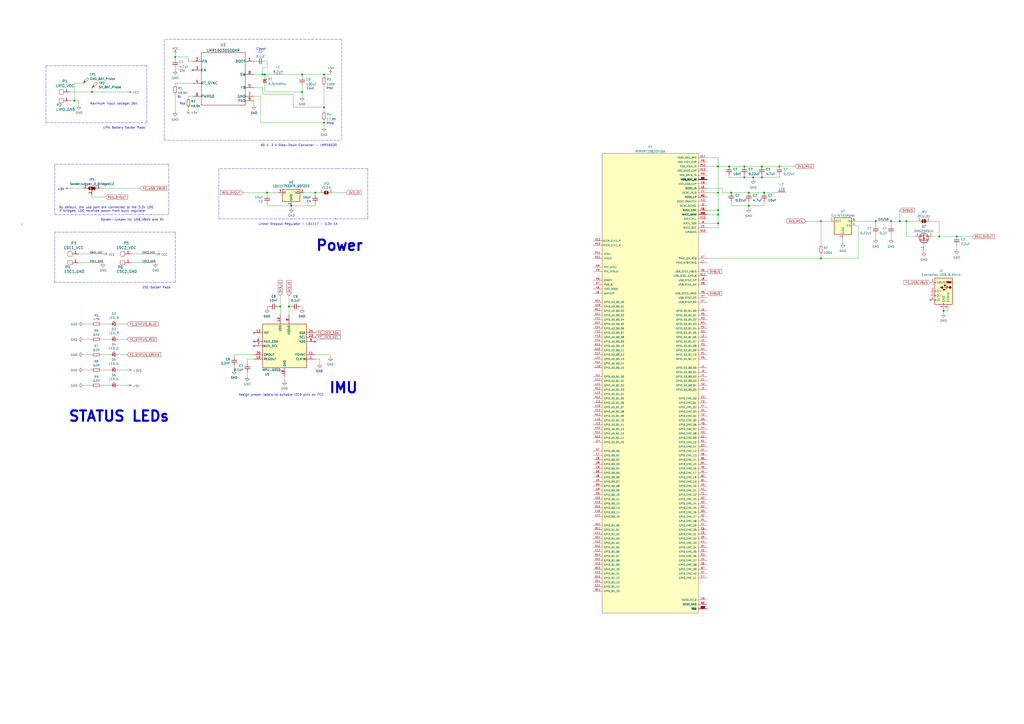
<source format=kicad_sch>
(kicad_sch (version 20211123) (generator eeschema)
  (paper "A2")
  (junction (at 521.97 128.27))
  (junction (at 441.96 96.52))
  (junction (at 516.89 128.27))
  (junction (at 436.88 102.87))
  (junction (at 554.99 137.16))
  (junction (at 53.34 53.34))
  (junction (at 434.34 111.76))
  (junction (at 153.67 43.18))
  (junction (at 154.94 111.76))
  (junction (at 167.64 177.8))
  (junction (at 544.83 137.16))
  (junction (at 182.88 111.76))
  (junction (at 175.26 43.18))
  (junction (at 416.56 129.54))
  (junction (at 416.56 124.46))
  (junction (at 476.25 149.86))
  (junction (at 43.18 58.42))
  (junction (at 416.56 96.52))
  (junction (at 431.8 96.52))
  (junction (at 162.56 177.8))
  (junction (at 187.96 62.23))
  (junction (at 416.56 111.76))
  (junction (at 452.12 96.52))
  (junction (at 152.4 43.18))
  (junction (at 547.37 180.34))
  (junction (at 168.91 119.38))
  (junction (at 525.78 128.27))
  (junction (at 434.34 119.38))
  (junction (at 441.96 102.87))
  (junction (at 422.91 96.52))
  (junction (at 443.23 111.76))
  (junction (at 187.96 43.18))
  (junction (at 187.96 71.12))
  (junction (at 101.6 33.02))
  (junction (at 175.26 53.34))
  (junction (at 424.18 111.76))
  (junction (at 508 128.27))
  (junction (at 476.25 128.27))
  (junction (at 416.56 121.92))
  (junction (at 431.8 102.87))
  (no_connect (at 111.76 40.64))
  (no_connect (at 147.32 200.66))
  (no_connect (at 539.75 173.99))
  (no_connect (at 147.32 198.12))
  (no_connect (at 147.32 193.04))
  (no_connect (at 182.88 198.12))
  (wire (pts (xy 175.26 43.18) (xy 163.83 43.18)))
  (wire (pts (xy 410.21 96.52) (xy 416.56 96.52)))
  (wire (pts (xy 76.2 152.4) (xy 90.17 152.4)))
  (wire (pts (xy 175.26 44.45) (xy 175.26 43.18)))
  (wire (pts (xy 111.76 48.26) (xy 101.6 48.26)))
  (wire (pts (xy 101.6 33.02) (xy 101.6 31.75)))
  (wire (pts (xy 109.22 55.88) (xy 111.76 55.88)))
  (wire (pts (xy 424.18 111.76) (xy 434.34 111.76)))
  (wire (pts (xy 187.96 43.18) (xy 175.26 43.18)))
  (wire (pts (xy 410.21 109.22) (xy 419.1 109.22)))
  (wire (pts (xy 161.29 111.76) (xy 154.94 111.76)))
  (wire (pts (xy 441.96 101.6) (xy 441.96 102.87)))
  (wire (pts (xy 176.53 111.76) (xy 182.88 111.76)))
  (polyline (pts (xy 198.12 81.28) (xy 198.12 22.86)))
  (wire (pts (xy 530.86 137.16) (xy 525.78 137.16)))
  (wire (pts (xy 476.25 128.27) (xy 481.33 128.27)))
  (wire (pts (xy 147.32 58.42) (xy 147.32 60.96)))
  (wire (pts (xy 153.67 53.34) (xy 175.26 53.34)))
  (wire (pts (xy 152.4 43.18) (xy 153.67 43.18)))
  (wire (pts (xy 422.91 101.6) (xy 422.91 102.87)))
  (wire (pts (xy 111.76 35.56) (xy 109.22 35.56)))
  (wire (pts (xy 167.64 177.8) (xy 167.64 182.88)))
  (polyline (pts (xy 85.09 38.1) (xy 26.67 38.1)))
  (wire (pts (xy 168.91 119.38) (xy 168.91 120.65)))
  (wire (pts (xy 40.64 58.42) (xy 43.18 58.42)))
  (wire (pts (xy 73.66 187.96) (xy 68.58 187.96)))
  (wire (pts (xy 43.18 48.26) (xy 48.26 48.26)))
  (wire (pts (xy 416.56 91.44) (xy 416.56 96.52)))
  (wire (pts (xy 45.72 152.4) (xy 59.69 152.4)))
  (polyline (pts (xy 101.6 134.62) (xy 31.75 134.62)))
  (wire (pts (xy 109.22 35.56) (xy 109.22 33.02)))
  (wire (pts (xy 525.78 128.27) (xy 525.78 137.16)))
  (wire (pts (xy 544.83 137.16) (xy 541.02 137.16)))
  (wire (pts (xy 147.32 205.74) (xy 135.89 205.74)))
  (wire (pts (xy 45.72 58.42) (xy 45.72 60.96)))
  (wire (pts (xy 175.26 49.53) (xy 175.26 53.34)))
  (wire (pts (xy 436.88 102.87) (xy 436.88 104.14)))
  (wire (pts (xy 422.91 96.52) (xy 431.8 96.52)))
  (wire (pts (xy 182.88 111.76) (xy 182.88 113.03)))
  (wire (pts (xy 467.36 128.27) (xy 476.25 128.27)))
  (wire (pts (xy 431.8 102.87) (xy 436.88 102.87)))
  (wire (pts (xy 410.21 111.76) (xy 416.56 111.76)))
  (polyline (pts (xy 26.67 71.12) (xy 85.09 71.12)))
  (wire (pts (xy 147.32 43.18) (xy 152.4 43.18)))
  (wire (pts (xy 410.21 129.54) (xy 416.56 129.54)))
  (wire (pts (xy 58.42 109.22) (xy 81.28 109.22)))
  (wire (pts (xy 516.89 135.89) (xy 516.89 138.43)))
  (wire (pts (xy 73.66 223.52) (xy 68.58 223.52)))
  (wire (pts (xy 45.72 147.32) (xy 59.69 147.32)))
  (wire (pts (xy 416.56 111.76) (xy 416.56 96.52)))
  (wire (pts (xy 152.4 54.61) (xy 170.18 54.61)))
  (wire (pts (xy 539.75 128.27) (xy 544.83 128.27)))
  (polyline (pts (xy 26.67 38.1) (xy 26.67 71.12)))
  (wire (pts (xy 187.96 71.12) (xy 187.96 69.85)))
  (wire (pts (xy 63.5 214.63) (xy 58.42 214.63)))
  (wire (pts (xy 168.91 177.8) (xy 167.64 177.8)))
  (polyline (pts (xy 195.58 97.79) (xy 127 97.79)))
  (wire (pts (xy 193.04 111.76) (xy 200.66 111.76)))
  (wire (pts (xy 424.18 116.84) (xy 424.18 119.38)))
  (wire (pts (xy 187.96 43.18) (xy 191.77 43.18)))
  (wire (pts (xy 410.21 121.92) (xy 416.56 121.92)))
  (wire (pts (xy 147.32 35.56) (xy 148.59 35.56)))
  (wire (pts (xy 170.18 54.61) (xy 170.18 62.23)))
  (wire (pts (xy 187.96 49.53) (xy 187.96 62.23)))
  (wire (pts (xy 416.56 96.52) (xy 422.91 96.52)))
  (wire (pts (xy 48.26 109.22) (xy 40.64 109.22)))
  (wire (pts (xy 544.83 128.27) (xy 544.83 137.16)))
  (wire (pts (xy 162.56 171.45) (xy 162.56 177.8)))
  (wire (pts (xy 410.21 124.46) (xy 416.56 124.46)))
  (wire (pts (xy 521.97 128.27) (xy 525.78 128.27)))
  (wire (pts (xy 154.94 177.8) (xy 154.94 179.07)))
  (wire (pts (xy 496.57 130.81) (xy 497.84 130.81)))
  (polyline (pts (xy 127 127) (xy 195.58 127)))
  (wire (pts (xy 63.5 187.96) (xy 58.42 187.96)))
  (wire (pts (xy 187.96 62.23) (xy 187.96 64.77)))
  (wire (pts (xy 416.56 129.54) (xy 416.56 124.46)))
  (wire (pts (xy 109.22 33.02) (xy 101.6 33.02)))
  (wire (pts (xy 416.56 132.08) (xy 416.56 129.54)))
  (wire (pts (xy 143.51 215.9) (xy 143.51 218.44)))
  (wire (pts (xy 152.4 39.37) (xy 154.94 39.37)))
  (wire (pts (xy 410.21 149.86) (xy 476.25 149.86)))
  (wire (pts (xy 154.94 35.56) (xy 153.67 35.56)))
  (wire (pts (xy 101.6 33.02) (xy 101.6 34.29)))
  (wire (pts (xy 156.21 177.8) (xy 154.94 177.8)))
  (wire (pts (xy 441.96 102.87) (xy 436.88 102.87)))
  (polyline (pts (xy 213.36 127) (xy 213.36 97.79)))
  (wire (pts (xy 516.89 128.27) (xy 521.97 128.27)))
  (wire (pts (xy 170.18 62.23) (xy 187.96 62.23)))
  (wire (pts (xy 152.4 43.18) (xy 152.4 39.37)))
  (wire (pts (xy 173.99 177.8) (xy 175.26 177.8)))
  (wire (pts (xy 53.34 214.63) (xy 48.26 214.63)))
  (wire (pts (xy 185.42 111.76) (xy 182.88 111.76)))
  (wire (pts (xy 187.96 44.45) (xy 187.96 43.18)))
  (wire (pts (xy 168.91 119.38) (xy 182.88 119.38)))
  (wire (pts (xy 135.89 205.74) (xy 135.89 207.01)))
  (wire (pts (xy 165.1 218.44) (xy 165.1 220.98)))
  (wire (pts (xy 63.5 196.85) (xy 58.42 196.85)))
  (wire (pts (xy 101.6 54.61) (xy 101.6 64.77)))
  (wire (pts (xy 63.5 223.52) (xy 58.42 223.52)))
  (wire (pts (xy 434.34 119.38) (xy 434.34 116.84)))
  (polyline (pts (xy 31.75 124.46) (xy 97.79 124.46)))
  (wire (pts (xy 147.32 55.88) (xy 151.13 55.88)))
  (wire (pts (xy 191.77 205.74) (xy 191.77 207.01)))
  (wire (pts (xy 161.29 177.8) (xy 162.56 177.8)))
  (wire (pts (xy 154.94 39.37) (xy 154.94 35.56)))
  (wire (pts (xy 549.91 179.07) (xy 549.91 180.34)))
  (wire (pts (xy 53.34 113.03) (xy 53.34 114.3)))
  (wire (pts (xy 175.26 177.8) (xy 175.26 179.07)))
  (wire (pts (xy 53.34 205.74) (xy 48.26 205.74)))
  (wire (pts (xy 516.89 128.27) (xy 516.89 130.81)))
  (wire (pts (xy 182.88 119.38) (xy 182.88 118.11)))
  (wire (pts (xy 410.21 132.08) (xy 416.56 132.08)))
  (wire (pts (xy 162.56 177.8) (xy 162.56 182.88)))
  (wire (pts (xy 416.56 121.92) (xy 416.56 111.76)))
  (wire (pts (xy 521.97 121.92) (xy 521.97 128.27)))
  (wire (pts (xy 53.34 196.85) (xy 48.26 196.85)))
  (wire (pts (xy 153.67 49.53) (xy 153.67 53.34)))
  (polyline (pts (xy 31.75 134.62) (xy 31.75 163.83)))
  (wire (pts (xy 53.34 114.3) (xy 60.96 114.3)))
  (wire (pts (xy 554.99 142.24) (xy 554.99 144.78)))
  (wire (pts (xy 547.37 179.07) (xy 547.37 180.34)))
  (wire (pts (xy 73.66 205.74) (xy 68.58 205.74)))
  (wire (pts (xy 419.1 109.22) (xy 419.1 111.76)))
  (wire (pts (xy 167.64 171.45) (xy 167.64 177.8)))
  (wire (pts (xy 147.32 50.8) (xy 152.4 50.8)))
  (wire (pts (xy 476.25 128.27) (xy 476.25 142.24)))
  (wire (pts (xy 151.13 71.12) (xy 187.96 71.12)))
  (polyline (pts (xy 194.31 127) (xy 213.36 127)))
  (wire (pts (xy 73.66 214.63) (xy 68.58 214.63)))
  (wire (pts (xy 497.84 149.86) (xy 476.25 149.86)))
  (polyline (pts (xy 213.36 97.79) (xy 195.58 97.79)))
  (wire (pts (xy 496.57 128.27) (xy 508 128.27)))
  (polyline (pts (xy 127 97.79) (xy 127 127)))
  (wire (pts (xy 488.95 138.43) (xy 488.95 140.97)))
  (wire (pts (xy 152.4 50.8) (xy 152.4 54.61)))
  (wire (pts (xy 154.94 119.38) (xy 154.94 118.11)))
  (wire (pts (xy 153.67 43.18) (xy 158.75 43.18)))
  (wire (pts (xy 549.91 180.34) (xy 547.37 180.34)))
  (wire (pts (xy 135.89 212.09) (xy 135.89 214.63)))
  (polyline (pts (xy 12.7 130.81) (xy 12.7 129.54)))
  (wire (pts (xy 147.32 208.28) (xy 143.51 208.28)))
  (wire (pts (xy 508 128.27) (xy 508 130.81)))
  (wire (pts (xy 40.64 53.34) (xy 53.34 53.34)))
  (wire (pts (xy 187.96 71.12) (xy 187.96 73.66)))
  (wire (pts (xy 516.89 128.27) (xy 508 128.27)))
  (wire (pts (xy 508 135.89) (xy 508 138.43)))
  (wire (pts (xy 452.12 96.52) (xy 461.01 96.52)))
  (polyline (pts (xy 101.6 163.83) (xy 101.6 134.62)))
  (wire (pts (xy 43.18 58.42) (xy 43.18 48.26)))
  (wire (pts (xy 153.67 43.18) (xy 153.67 44.45)))
  (wire (pts (xy 101.6 39.37) (xy 101.6 40.64)))
  (wire (pts (xy 424.18 119.38) (xy 434.34 119.38)))
  (wire (pts (xy 154.94 111.76) (xy 154.94 113.03)))
  (wire (pts (xy 422.91 102.87) (xy 431.8 102.87)))
  (wire (pts (xy 53.34 53.34) (xy 73.66 53.34)))
  (polyline (pts (xy 85.09 71.12) (xy 85.09 38.1)))
  (wire (pts (xy 443.23 119.38) (xy 434.34 119.38)))
  (wire (pts (xy 143.51 208.28) (xy 143.51 210.82)))
  (wire (pts (xy 185.42 208.28) (xy 185.42 210.82)))
  (wire (pts (xy 452.12 101.6) (xy 452.12 102.87)))
  (polyline (pts (xy 31.75 163.83) (xy 101.6 163.83)))
  (wire (pts (xy 532.13 128.27) (xy 525.78 128.27)))
  (wire (pts (xy 452.12 102.87) (xy 441.96 102.87)))
  (wire (pts (xy 497.84 130.81) (xy 497.84 149.86)))
  (wire (pts (xy 53.34 223.52) (xy 48.26 223.52)))
  (polyline (pts (xy 97.79 95.25) (xy 31.75 95.25)))
  (wire (pts (xy 419.1 111.76) (xy 424.18 111.76)))
  (wire (pts (xy 554.99 137.16) (xy 563.88 137.16)))
  (wire (pts (xy 53.34 187.96) (xy 48.26 187.96)))
  (wire (pts (xy 182.88 208.28) (xy 185.42 208.28)))
  (wire (pts (xy 53.34 53.34) (xy 53.34 50.8)))
  (wire (pts (xy 443.23 111.76) (xy 450.85 111.76)))
  (wire (pts (xy 73.66 196.85) (xy 68.58 196.85)))
  (wire (pts (xy 416.56 124.46) (xy 416.56 121.92)))
  (wire (pts (xy 109.22 62.23) (xy 109.22 63.5)))
  (wire (pts (xy 476.25 147.32) (xy 476.25 149.86)))
  (polyline (pts (xy 31.75 95.25) (xy 31.75 124.46)))
  (wire (pts (xy 76.2 147.32) (xy 90.17 147.32)))
  (wire (pts (xy 535.94 144.78) (xy 535.94 146.05)))
  (wire (pts (xy 434.34 111.76) (xy 443.23 111.76)))
  (wire (pts (xy 101.6 48.26) (xy 101.6 49.53)))
  (polyline (pts (xy 95.25 22.86) (xy 95.25 81.28)))
  (wire (pts (xy 151.13 55.88) (xy 151.13 71.12)))
  (polyline (pts (xy 95.25 81.28) (xy 198.12 81.28)))
  (wire (pts (xy 443.23 116.84) (xy 443.23 119.38)))
  (wire (pts (xy 43.18 58.42) (xy 45.72 58.42)))
  (wire (pts (xy 431.8 101.6) (xy 431.8 102.87)))
  (wire (pts (xy 63.5 205.74) (xy 58.42 205.74)))
  (wire (pts (xy 168.91 119.38) (xy 154.94 119.38)))
  (wire (pts (xy 140.97 111.76) (xy 154.94 111.76)))
  (wire (pts (xy 175.26 53.34) (xy 175.26 55.88)))
  (wire (pts (xy 182.88 205.74) (xy 191.77 205.74)))
  (wire (pts (xy 547.37 180.34) (xy 547.37 181.61)))
  (wire (pts (xy 109.22 57.15) (xy 109.22 55.88)))
  (wire (pts (xy 431.8 96.52) (xy 441.96 96.52)))
  (wire (pts (xy 554.99 137.16) (xy 544.83 137.16)))
  (polyline (pts (xy 97.79 124.46) (xy 97.79 95.25)))
  (wire (pts (xy 441.96 96.52) (xy 452.12 96.52)))
  (wire (pts (xy 410.21 91.44) (xy 416.56 91.44)))
  (wire (pts (xy 434.34 119.38) (xy 434.34 120.65)))
  (polyline (pts (xy 198.12 22.86) (xy 95.25 22.86)))
  (text "IMU" (at 190.5 228.6 0) (effects (font (size 6 6) (thickness 1.2) bold) (justify left bottom)))
  (text "Linear Dropout Regulator - LD1117 - 3.3V 1A" (at 149.86 130.81 0) (effects (font (size 1.27 1.27)) (justify left bottom)))
  (text "LiPo Battery Solder Pads" (at 59.69 74.93 0) (effects (font (size 1.27 1.27)) (justify left bottom)))
  (text "Rt" (at 102.87 57.15 0) (effects (font (size 1.27 1.27)) (justify left bottom)))
  (text "Rss" (at 104.14 60.96 0) (effects (font (size 1.27 1.27)) (justify left bottom)))
  (text "Solder-Jumper for USB_VBUS and 5V" (at 58.42 128.27 0) (effects (font (size 1.27 1.27)) (justify left bottom)))
  (text "Assign proper labels to suitable I2C0 pins on FCC" (at 138.43 229.87 0) (effects (font (size 1.27 1.27)) (justify left bottom)))
  (text "Cboot" (at 148.59 29.21 0) (effects (font (size 1.27 1.27)) (justify left bottom)))
  (text "Maximum input voltage: 26V" (at 52.07 60.96 0) (effects (font (size 1.27 1.27)) (justify left bottom)))
  (text "Power" (at 182.88 146.05 0) (effects (font (size 6 6) (thickness 1.2) bold) (justify left bottom)))
  (text "Rfbt" (at 189.23 52.07 0) (effects (font (size 1.27 1.27)) (justify left bottom)))
  (text "60 V, 3 A Step-Down Converter - LMR16030 " (at 151.13 85.09 0) (effects (font (size 1.27 1.27)) (justify left bottom)))
  (text "Cin" (at 104.14 41.91 0) (effects (font (size 1.27 1.27)) (justify left bottom)))
  (text "Cout" (at 177.8 52.07 0) (effects (font (size 1.27 1.27)) (justify left bottom)))
  (text "By default, the usb port are connected to the 3.3V LDO\nIf bridged, LDO receives power from buck regulator" (at 34.29 123.19 0) (effects (font (size 1.27 1.27)) (justify left bottom)))
  (text "Rfbb" (at 189.23 72.39 0) (effects (font (size 1.27 1.27)) (justify left bottom)))
  (text "ESC Solder Pads" (at 82.55 167.64 0) (effects (font (size 1.27 1.27)) (justify left bottom)))
  (text "STATUS LEDs" (at 39.37 245.11 0) (effects (font (size 6 6) (thickness 1.2) bold) (justify left bottom)))
  (label "ESC2_GND" (at 82.55 152.4 0) (effects (font (size 0.9906 0.9906))))
  (label "ESC1_GND" (at 52.07 152.4 0) (effects (font (size 0.9906 0.9906))))
  (label "5VUSB" (at 509.27 128.27 0))
  (label "ESC2_VCC" (at 82.55 147.32 0) (effects (font (size 0.9906 0.9906))))
  (label "ESC1_VCC" (at 52.07 147.32 0) (effects (font (size 0.9906 0.9906))))
  (global_label "FC_STATUS_BLUE" (shape input) (at 73.66 187.96 0) (property "Intersheet References" "${INTERSHEET_REFS}" (effects hide)))
  (global_label "FC_USB_VBUS" (shape input) (at 81.28 109.22 0) (property "Intersheet References" "${INTERSHEET_REFS}" (effects hide)))
  (global_label "FC_USB_VBUS" (shape input) (at 539.75 163.83 180) (property "Intersheet References" "${INTERSHEET_REFS}" (effects hide)))
  (global_label "5VBUS" (shape input) (at 410.21 170.18 0) (property "Intersheet References" "${INTERSHEET_REFS}" (effects hide)))
  (global_label "FC_I2C0_SDA" (shape input) (at 182.88 193.04 0) (property "Intersheet References" "${INTERSHEET_REFS}" (effects hide)))
  (global_label "3V3_MCU" (shape input) (at 467.36 128.27 180) (property "Intersheet References" "${INTERSHEET_REFS}" (effects hide)))
  (global_label "FC_STATUS_GREEN" (shape input) (at 73.66 205.74 0) (property "Intersheet References" "${INTERSHEET_REFS}" (effects hide)))
  (global_label "FC_STATUS_RED" (shape input) (at 73.66 196.85 0) (property "Intersheet References" "${INTERSHEET_REFS}" (effects hide)))
  (global_label "3V3_MCU" (shape input) (at 461.01 96.52 0) (property "Intersheet References" "${INTERSHEET_REFS}" (effects hide)))
  (global_label "5VBUS" (shape input) (at 410.21 157.48 0) (property "Intersheet References" "${INTERSHEET_REFS}" (effects hide)))
  (global_label "3V3_IO" (shape input) (at 167.64 171.45 90) (property "Intersheet References" "${INTERSHEET_REFS}" (effects hide)))
  (global_label "REG_5VOUT" (shape input) (at 60.96 114.3 0) (property "Intersheet References" "${INTERSHEET_REFS}" (effects hide)))
  (global_label "REG_5VOUT" (shape input) (at 563.88 137.16 0) (property "Intersheet References" "${INTERSHEET_REFS}" (effects hide)))
  (global_label "5VBUS" (shape input) (at 521.97 121.92 0) (property "Intersheet References" "${INTERSHEET_REFS}" (effects hide)))
  (global_label "REG_5VOUT" (shape input) (at 140.97 111.76 180) (property "Intersheet References" "${INTERSHEET_REFS}" (effects hide)))
  (global_label "3V3_IO" (shape input) (at 200.66 111.76 0) (property "Intersheet References" "${INTERSHEET_REFS}" (effects hide)))
  (global_label "3V3_IO" (shape input) (at 162.56 171.45 90) (property "Intersheet References" "${INTERSHEET_REFS}" (effects hide)))
  (global_label "FC_I2C0_SCL" (shape input) (at 182.88 195.58 0) (property "Intersheet References" "${INTERSHEET_REFS}" (effects hide)))
  (symbol (lib_id "Device:D_Schottky_Small") (at 153.67 46.99 270) (unit 1)
    (property "Reference" "D1" (at 155.448 45.8275 90) (effects (justify left)))
    (property "Value" "D_Schottky" (at 155.448 48.6026 90) (effects (justify left)))
    (property "Footprint" "Diode_SMD:D_SMA" (effects hide))
    (property "LCSC" "C8678" (effects hide))
  )
  (symbol (lib_id "power:GND") (at 554.99 144.78 0) (unit 1)
    (property "Reference" "#PWR?" (effects hide))
    (property "Value" "GND" (at 554.99 149.3425 0))
  )
  (symbol (lib_id "power:GND") (at 175.26 179.07 0) (mirror y) (unit 1)
    (property "Reference" "#PWR032" (effects hide))
    (property "Value" "GND" (at 175.133 183.4642 0))
  )
  (symbol (lib_id "hermes_v1-rescue:Connector_USB_B_Micro-CH330") (at 547.37 168.91 0) (mirror y) (unit 1)
    (property "Reference" "J1" (at 545.9222 157.0482 0))
    (property "Value" "Connector_USB_B_Micro" (at 545.9222 159.3596 0))
    (property "Footprint" "Connector_USB:USB_Micro-B_Wuerth_614105150721_Vertical" (effects hide))
    (property "LCSC" "C132563" (effects hide))
  )
  (symbol (lib_id "Device:R_Small") (at 55.88 214.63 270) (unit 1)
    (property "Reference" "R8" (at 55.88 209.6516 90))
    (property "Value" "62R" (at 55.88 211.963 90))
    (property "Footprint" "Resistor_SMD:R_0402_1005Metric_Pad0.72x0.64mm_HandSolder" (effects hide))
    (property "LCSC" "C227405" (effects hide))
  )
  (symbol (lib_id "Device:C_Small") (at 554.99 139.7 0) (unit 1)
    (property "Reference" "C?" (at 557.3141 138.7978 0) (effects (justify left)))
    (property "Value" "2.2uF" (at 557.3141 141.5729 0) (effects (justify left)))
  )
  (symbol (lib_id "Device:R_Small") (at 55.88 205.74 270) (unit 1)
    (property "Reference" "R7" (at 55.88 200.7616 90))
    (property "Value" "62R" (at 55.88 203.073 90))
    (property "Footprint" "Resistor_SMD:R_0402_1005Metric_Pad0.72x0.64mm_HandSolder" (effects hide))
    (property "LCSC" "C227405" (effects hide))
  )
  (symbol (lib_id "power:GND") (at 147.32 60.96 0) (unit 1)
    (property "Reference" "#PWR011" (effects hide))
    (property "Value" "GND" (at 147.32 65.5225 0))
  )
  (symbol (lib_id "Device:R_Small") (at 55.88 196.85 270) (unit 1)
    (property "Reference" "R6" (at 55.88 191.8716 90))
    (property "Value" "62R" (at 55.88 194.183 90))
    (property "Footprint" "Resistor_SMD:R_0402_1005Metric_Pad0.72x0.64mm_HandSolder" (effects hide))
    (property "LCSC" "C227405" (effects hide))
  )
  (symbol (lib_id "power:GND") (at 434.34 120.65 0) (unit 1)
    (property "Reference" "#PWR?" (effects hide))
    (property "Value" "GND" (at 434.34 125.2125 0))
  )
  (symbol (lib_id "Device:C_Small") (at 441.96 99.06 0) (unit 1)
    (property "Reference" "C?" (at 444.2841 98.1578 0) (effects (justify left)))
    (property "Value" "4.7uF" (at 444.2841 100.9329 0) (effects (justify left)))
  )
  (symbol (lib_id "power:VCC") (at 101.6 31.75 0) (unit 1)
    (property "Reference" "#PWR07" (effects hide))
    (property "Value" "VCC" (at 101.6 28.1455 0))
  )
  (symbol (lib_id "Connector:TestPoint_Probe") (at 48.26 48.26 0) (unit 1)
    (property "Reference" "TP1" (at 52.07 43.18 0) (effects (justify left)))
    (property "Value" "GND_BAT_Probe" (at 52.07 45.72 0) (effects (justify left)))
    (property "Footprint" "TestPoint:TestPoint_Pad_D1.0mm" (effects hide))
  )
  (symbol (lib_id "Device:C_Small") (at 151.13 35.56 90) (unit 1)
    (property "Reference" "C3" (at 151.1363 30.0314 90))
    (property "Value" "0.1uF" (at 151.1363 32.8065 90))
    (property "Footprint" "Capacitor_SMD:C_0402_1005Metric_Pad0.74x0.62mm_HandSolder" (effects hide))
    (property "LCSC" "C129131" (effects hide))
  )
  (symbol (lib_id "Regulator_Linear:TLV75733PDRV") (at 488.95 130.81 0) (mirror y) (unit 1)
    (property "Reference" "U?" (at 488.95 122.3985 0))
    (property "Value" "TLV75733PDRV" (at 488.95 125.1736 0))
    (property "Footprint" "Package_SON:WSON-6-1EP_2x2mm_P0.65mm_EP1x1.6mm" (effects hide))
    (property "Datasheet" "https://www.ti.com/lit/ds/symlink/tlv757p.pdf" (effects hide))
  )
  (symbol (lib_id "Device:C_Small") (at 175.26 46.99 0) (unit 1)
    (property "Reference" "C5" (at 177.5841 46.0878 0) (effects (justify left)))
    (property "Value" "100uF" (at 177.5841 48.8629 0) (effects (justify left)))
    (property "Footprint" "Capacitor_SMD:C_1206_3216Metric" (effects hide))
    (property "LCSC" "C15008" (effects hide))
  )
  (symbol (lib_id "Device:C_Small") (at 452.12 99.06 0) (unit 1)
    (property "Reference" "C?" (at 454.4441 98.1578 0) (effects (justify left)))
    (property "Value" "0.22uF" (at 454.4441 100.9329 0) (effects (justify left)))
  )
  (symbol (lib_id "hermes_v1-rescue:PAD_SMD-pkl_misc") (at 71.12 152.4 180) (unit 1)
    (property "Reference" "P6" (at 69.85 154.94 0) (effects (font (size 1.524 1.524))))
    (property "Value" "ESC2_GND" (at 73.66 157.48 0) (effects (font (size 1.524 1.524))))
    (property "Footprint" "TestPoint:TestPoint_Pad_D2.0mm" (effects hide))
  )
  (symbol (lib_id "power:+5V") (at 191.77 43.18 0) (unit 1)
    (property "Reference" "#PWR016" (effects hide))
    (property "Value" "+5V" (at 191.77 39.5755 0))
  )
  (symbol (lib_id "power:GND") (at 101.6 64.77 0) (unit 1)
    (property "Reference" "#PWR09" (effects hide))
    (property "Value" "GND" (at 101.6 69.3325 0))
  )
  (symbol (lib_id "Device:C_Small") (at 431.8 99.06 0) (unit 1)
    (property "Reference" "C?" (at 434.1241 98.1578 0) (effects (justify left)))
    (property "Value" "0.22uF" (at 434.1241 100.9329 0) (effects (justify left)))
  )
  (symbol (lib_id "power:+5V") (at 109.22 63.5 180) (unit 1)
    (property "Reference" "#PWR010" (effects hide))
    (property "Value" "+5V" (at 110.617 65.249 0) (effects (justify right)))
  )
  (symbol (lib_id "Device:R_Small") (at 476.25 144.78 0) (unit 1)
    (property "Reference" "R?" (at 477.7486 143.8715 0) (effects (justify left)))
    (property "Value" "100K" (at 477.7486 146.6466 0) (effects (justify left)))
  )
  (symbol (lib_id "power:GND") (at 59.69 152.4 0) (unit 1)
    (property "Reference" "#PWR03" (effects hide))
    (property "Value" "GND" (at 59.817 156.7942 0))
  )
  (symbol (lib_id "power:GND") (at 516.89 138.43 0) (mirror y) (unit 1)
    (property "Reference" "#PWR?" (effects hide))
    (property "Value" "GND" (at 516.89 142.9925 0))
  )
  (symbol (lib_id "power:GND") (at 135.89 214.63 0) (mirror y) (unit 1)
    (property "Reference" "#PWR028" (effects hide))
    (property "Value" "GND" (at 135.763 219.0242 0))
  )
  (symbol (lib_id "power:GND") (at 90.17 152.4 0) (unit 1)
    (property "Reference" "#PWR06" (effects hide))
    (property "Value" "GND" (at 90.297 156.7942 0))
  )
  (symbol (lib_id "Device:R_Small") (at 101.6 52.07 0) (unit 1)
    (property "Reference" "R1" (at 103.0986 51.1615 0) (effects (justify left)))
    (property "Value" "49.9K" (at 103.0986 53.9366 0) (effects (justify left)))
    (property "Footprint" "Resistor_SMD:R_0402_1005Metric_Pad0.72x0.64mm_HandSolder" (effects hide))
    (property "LCSC" "C25897" (effects hide))
  )
  (symbol (lib_id "Device:C_Small") (at 171.45 177.8 90) (mirror x) (unit 1)
    (property "Reference" "C9" (at 171.45 171.9834 90))
    (property "Value" "0.1uF" (at 171.45 174.2948 90))
    (property "Footprint" "Capacitor_SMD:C_0402_1005Metric_Pad0.74x0.62mm_HandSolder" (effects hide))
    (property "LCSC" "C129131" (effects hide))
  )
  (symbol (lib_id "hermes_v1-rescue:PAD_SMD-pkl_misc") (at 35.56 58.42 180) (unit 1)
    (property "Reference" "P2" (at 34.29 60.96 0) (effects (font (size 1.524 1.524))))
    (property "Value" "LIPO_GND" (at 38.1 63.5 0) (effects (font (size 1.524 1.524))))
    (property "Footprint" "TestPoint:TestPoint_Pad_D2.0mm" (effects hide))
  )
  (symbol (lib_id "Device:R_Small") (at 187.96 67.31 0) (unit 1)
    (property "Reference" "R4" (at 189.4586 66.4015 0) (effects (justify left)))
    (property "Value" "17.8K" (at 189.4586 69.1766 0) (effects (justify left)))
    (property "Footprint" "Resistor_SMD:R_0402_1005Metric_Pad0.72x0.64mm_HandSolder" (effects hide))
    (property "LCSC" "C129766" (effects hide))
  )
  (symbol (lib_id "Sensor_Motion:MPU-6050") (at 165.1 200.66 0) (mirror y) (unit 1)
    (property "Reference" "U5" (at 154.94 217.17 0))
    (property "Value" "MPU-6050" (at 157.48 214.63 0))
    (property "Footprint" "Sensor_Motion:InvenSense_QFN-24_4x4mm_P0.5mm" (effects hide))
    (property "Datasheet" "https://store.invensense.com/datasheets/invensense/MPU-6050_DataSheet_V3%204.pdf" (effects hide))
    (property "LCSC" "C24112" (effects hide))
  )
  (symbol (lib_id "Device:LED_Small") (at 66.04 205.74 0) (unit 1)
    (property "Reference" "D4" (at 66.04 199.771 0))
    (property "Value" "LED_G" (at 66.04 202.0824 0))
    (property "Footprint" "LED_SMD:LED_0402_1005Metric_Pad0.77x0.64mm_HandSolder" (effects hide))
    (property "LCSC" "C264408" (effects hide))
  )
  (symbol (lib_id "Device:LED_Small") (at 66.04 214.63 0) (unit 1)
    (property "Reference" "D5" (at 66.04 208.661 0))
    (property "Value" "LED_G" (at 66.04 210.9724 0))
    (property "Footprint" "LED_SMD:LED_0402_1005Metric_Pad0.77x0.64mm_HandSolder" (effects hide))
    (property "LCSC" "C136765" (effects hide))
  )
  (symbol (lib_id "hermes_v1-rescue:PAD_SMD-pkl_misc") (at 71.12 147.32 180) (unit 1)
    (property "Reference" "P5" (at 73.2282 141.0462 0) (effects (font (size 1.524 1.524))))
    (property "Value" "ESC2_VCC" (at 73.2282 143.7386 0) (effects (font (size 1.524 1.524))))
    (property "Footprint" "TestPoint:TestPoint_Pad_2.0x2.0mm" (effects hide))
  )
  (symbol (lib_id "Device:C_Small") (at 516.89 133.35 0) (mirror x) (unit 1)
    (property "Reference" "C?" (at 514.5659 132.4351 0) (effects (justify right)))
    (property "Value" "0.22" (at 514.5659 135.2102 0) (effects (justify right)))
  )
  (symbol (lib_id "Device:C_Small") (at 143.51 213.36 0) (mirror y) (unit 1)
    (property "Reference" "C7" (at 141.1732 212.1916 0) (effects (justify left)))
    (property "Value" "0.1uF" (at 141.1732 214.503 0) (effects (justify left)))
    (property "Footprint" "Capacitor_SMD:C_0402_1005Metric_Pad0.74x0.62mm_HandSolder" (effects hide))
    (property "LCSC" "C129131" (effects hide))
  )
  (symbol (lib_id "power:GND") (at 101.6 40.64 0) (unit 1)
    (property "Reference" "#PWR08" (effects hide))
    (property "Value" "GND" (at 101.6 45.2025 0))
  )
  (symbol (lib_id "Device:C_Small") (at 422.91 99.06 0) (unit 1)
    (property "Reference" "C?" (at 425.2341 98.1578 0) (effects (justify left)))
    (property "Value" "10nF" (at 425.2341 100.9329 0) (effects (justify left)))
  )
  (symbol (lib_id "Jumper:SolderJumper_3_Bridged12") (at 53.34 109.22 0) (mirror y) (unit 1)
    (property "Reference" "JP1" (at 53.34 104.013 0))
    (property "Value" "SolderJumper_3_Bridged12" (at 53.34 106.68 0))
    (property "Footprint" "Jumper:SolderJumper-3_P1.3mm_Bridged12_RoundedPad1.0x1.5mm_NumberLabels" (effects hide))
  )
  (symbol (lib_id "Device:C_Small") (at 135.89 209.55 0) (mirror y) (unit 1)
    (property "Reference" "C6" (at 133.5532 208.3816 0) (effects (justify left)))
    (property "Value" "2.2nF" (at 133.5532 210.693 0) (effects (justify left)))
    (property "Footprint" "Capacitor_SMD:C_0402_1005Metric_Pad0.74x0.62mm_HandSolder" (effects hide))
    (property "LCSC" "C1531" (effects hide))
  )
  (symbol (lib_id "power:VCC") (at 59.69 147.32 270) (unit 1)
    (property "Reference" "#PWR02" (effects hide))
    (property "Value" "VCC" (at 62.9412 147.701 90) (effects (justify left)))
  )
  (symbol (lib_id "Device:C_Small") (at 508 133.35 0) (mirror x) (unit 1)
    (property "Reference" "C?" (at 505.6759 132.4351 0) (effects (justify right)))
    (property "Value" "0.22uF" (at 505.6759 135.2102 0) (effects (justify right)))
  )
  (symbol (lib_id "power:GND") (at 165.1 220.98 0) (mirror y) (unit 1)
    (property "Reference" "#PWR031" (effects hide))
    (property "Value" "GND" (at 164.973 225.3742 0))
  )
  (symbol (lib_id "power:GND") (at 48.26 223.52 270) (unit 1)
    (property "Reference" "#PWR024" (effects hide))
    (property "Value" "GND" (at 45.0088 223.647 90) (effects (justify right)))
  )
  (symbol (lib_id "power:+5V") (at 73.66 223.52 270) (unit 1)
    (property "Reference" "#PWR026" (effects hide))
    (property "Value" "+5V" (at 76.9112 223.901 90) (effects (justify left)))
  )
  (symbol (lib_id "Device:R_Small") (at 55.88 223.52 270) (unit 1)
    (property "Reference" "R9" (at 55.88 218.5416 90))
    (property "Value" "62R" (at 55.88 220.853 90))
    (property "Footprint" "Resistor_SMD:R_0402_1005Metric_Pad0.72x0.64mm_HandSolder" (effects hide))
    (property "LCSC" "C227405" (effects hide))
  )
  (symbol (lib_id "power:GND") (at 185.42 210.82 0) (mirror y) (unit 1)
    (property "Reference" "#PWR033" (effects hide))
    (property "Value" "GND" (at 185.293 215.2142 0))
  )
  (symbol (lib_id "power:GND") (at 547.37 181.61 0) (mirror y) (unit 1)
    (property "Reference" "#PWR019" (effects hide))
    (property "Value" "GND" (at 547.243 186.0042 0))
  )
  (symbol (lib_id "power:VCC") (at 73.66 53.34 270) (unit 1)
    (property "Reference" "#PWR04" (effects hide))
    (property "Value" "VCC" (at 76.9112 53.721 90) (effects (justify left)))
  )
  (symbol (lib_id "hermes_v1-rescue:PAD_SMD-pkl_misc") (at 35.56 53.34 180) (unit 1)
    (property "Reference" "P1" (at 37.6682 47.0662 0) (effects (font (size 1.524 1.524))))
    (property "Value" "LIPO_VCC" (at 37.6682 49.7586 0) (effects (font (size 1.524 1.524))))
    (property "Footprint" "TestPoint:TestPoint_Pad_2.0x2.0mm" (effects hide))
  )
  (symbol (lib_id "Device:L_Small") (at 161.29 43.18 90) (unit 1)
    (property "Reference" "L1" (at 161.29 38.8325 90))
    (property "Value" "8.2uH" (at 161.29 41.6076 90))
    (property "Footprint" "Inductor_SMD:L_7.3x7.3_H3.5" (effects hide))
    (property "LCSC" "C334083" (effects hide))
  )
  (symbol (lib_id "power:+3.3V") (at 73.66 214.63 270) (unit 1)
    (property "Reference" "#PWR025" (effects hide))
    (property "Value" "+3.3V" (at 76.9112 215.011 90) (effects (justify left)))
  )
  (symbol (lib_id "power:GND") (at 488.95 140.97 0) (mirror y) (unit 1)
    (property "Reference" "#PWR?" (effects hide))
    (property "Value" "GND" (at 488.95 145.5325 0))
  )
  (symbol (lib_id "hermes_v1-rescue:PAD_SMD-pkl_misc") (at 40.64 147.32 180) (unit 1)
    (property "Reference" "P3" (at 42.7482 141.0462 0) (effects (font (size 1.524 1.524))))
    (property "Value" "ESC1_VCC" (at 42.7482 143.7386 0) (effects (font (size 1.524 1.524))))
    (property "Footprint" "TestPoint:TestPoint_Pad_2.0x2.0mm" (effects hide))
  )
  (symbol (lib_id "power:GND") (at 436.88 104.14 0) (unit 1)
    (property "Reference" "#PWR?" (effects hide))
    (property "Value" "GND" (at 436.88 108.7025 0))
  )
  (symbol (lib_id "Device:R_Small") (at 55.88 187.96 270) (unit 1)
    (property "Reference" "R5" (at 55.88 182.9816 90))
    (property "Value" "47R" (at 55.88 185.293 90))
    (property "Footprint" "Resistor_SMD:R_0402_1005Metric_Pad0.72x0.64mm_HandSolder" (effects hide))
    (property "LCSC" "C25118" (effects hide))
  )
  (symbol (lib_id "power:GND") (at 48.26 205.74 270) (unit 1)
    (property "Reference" "#PWR022" (effects hide))
    (property "Value" "GND" (at 45.0088 205.867 90) (effects (justify right)))
  )
  (symbol (lib_id "power:GND") (at 168.91 120.65 0) (unit 1)
    (property "Reference" "#PWR012" (effects hide))
    (property "Value" "GND" (at 169.037 125.0442 0))
  )
  (symbol (lib_id "Device:LED_Small") (at 66.04 196.85 0) (unit 1)
    (property "Reference" "D3" (at 66.04 190.881 0))
    (property "Value" "LED_R" (at 66.04 193.1924 0))
    (property "Footprint" "LED_SMD:LED_0402_1005Metric_Pad0.77x0.64mm_HandSolder" (effects hide))
    (property "LCSC" "C136765" (effects hide))
  )
  (symbol (lib_id "power:GND") (at 154.94 179.07 0) (mirror y) (unit 1)
    (property "Reference" "#PWR030" (effects hide))
    (property "Value" "GND" (at 154.813 183.4642 0))
  )
  (symbol (lib_id "Regulator_Linear:LD1117S33TR_SOT223") (at 168.91 111.76 0) (unit 1)
    (property "Reference" "U2" (at 168.91 105.6132 0))
    (property "Value" "LD1117S33TR_SOT223" (at 168.91 107.9246 0))
    (property "Footprint" "Package_TO_SOT_SMD:SOT-223-3_TabPin2" (effects hide))
    (property "Datasheet" "http://www.st.com/st-web-ui/static/active/en/resource/technical/document/datasheet/CD00000544.pdf" (effects hide))
    (property "LCSC" "C347229" (effects hide))
  )
  (symbol (lib_id "Device:LED_Small") (at 66.04 223.52 0) (unit 1)
    (property "Reference" "D6" (at 66.04 217.551 0))
    (property "Value" "LED_G" (at 66.04 219.8624 0))
    (property "Footprint" "LED_SMD:LED_0402_1005Metric_Pad0.77x0.64mm_HandSolder" (effects hide))
    (property "LCSC" "C136765" (effects hide))
  )
  (symbol (lib_id "power:GND") (at 48.26 196.85 270) (unit 1)
    (property "Reference" "#PWR021" (effects hide))
    (property "Value" "GND" (at 45.0088 196.977 90) (effects (justify right)))
  )
  (symbol (lib_id "Device:C_Small") (at 424.18 114.3 0) (unit 1)
    (property "Reference" "C?" (at 426.5041 113.3978 0) (effects (justify left)))
    (property "Value" "0.22uF" (at 426.5041 116.1729 0) (effects (justify left)))
  )
  (symbol (lib_id "Device:LED_Small") (at 66.04 187.96 0) (unit 1)
    (property "Reference" "D2" (at 66.04 181.991 0))
    (property "Value" "LED_B" (at 66.04 184.3024 0))
    (property "Footprint" "LED_SMD:LED_0402_1005Metric_Pad0.77x0.64mm_HandSolder" (effects hide))
    (property "LCSC" "C434447" (effects hide))
  )
  (symbol (lib_id "power:GND") (at 143.51 218.44 0) (mirror y) (unit 1)
    (property "Reference" "#PWR029" (effects hide))
    (property "Value" "GND" (at 143.383 222.8342 0))
  )
  (symbol (lib_id "Transistor_FET:DMG2301L") (at 535.94 139.7 270) (mirror x) (unit 1)
    (property "Reference" "Q?" (at 535.94 131.2885 90))
    (property "Value" "DMG2305UX" (at 535.94 134.0636 90))
    (property "Footprint" "Package_TO_SOT_SMD:SOT-23" (effects hide))
    (property "Datasheet" "https://www.diodes.com/assets/Datasheets/DMG2301L.pdf" (effects hide))
  )
  (symbol (lib_id "Device:C_Small") (at 154.94 115.57 0) (unit 1)
    (property "Reference" "C2" (at 152.6032 116.7384 0) (effects (justify right)))
    (property "Value" "10uF" (at 152.6032 114.427 0) (effects (justify right)))
    (property "Footprint" "Capacitor_SMD:C_0402_1005Metric_Pad0.74x0.62mm_HandSolder" (effects hide))
    (property "LCSC" "C60133" (effects hide))
  )
  (symbol (lib_id "power:GND") (at 45.72 60.96 0) (unit 1)
    (property "Reference" "#PWR01" (effects hide))
    (property "Value" "GND" (at 45.847 65.3542 0))
  )
  (symbol (lib_id "Device:C_Small") (at 101.6 36.83 0) (unit 1)
    (property "Reference" "C1" (at 103.9241 35.9278 0) (effects (justify left)))
    (property "Value" "4.7uF" (at 103.9241 38.7029 0) (effects (justify left)))
    (property "Footprint" "Capacitor_SMD:C_0402_1005Metric_Pad0.74x0.62mm_HandSolder" (effects hide))
    (property "LCSC" "C23733" (effects hide))
  )
  (symbol (lib_id "Jumper:SolderJumper_2_Open") (at 189.23 111.76 0) (unit 1)
    (property "Reference" "JP2" (at 189.23 106.553 0))
    (property "Value" "IO_EN" (at 189.23 108.8644 0))
    (property "Footprint" "Jumper:SolderJumper-2_P1.3mm_Open_RoundedPad1.0x1.5mm" (effects hide))
  )
  (symbol (lib_id "Connector:TestPoint_Probe") (at 53.34 50.8 0) (unit 1)
    (property "Reference" "TP2" (at 57.2262 48.2346 0) (effects (justify left)))
    (property "Value" "5V_BAT_Probe" (at 57.2262 50.546 0) (effects (justify left)))
    (property "Footprint" "TestPoint:TestPoint_Pad_D1.0mm" (effects hide))
  )
  (symbol (lib_id "Device:L_Ferrite_Small") (at 453.39 111.76 90) (unit 1)
    (property "Reference" "L?" (at 453.39 106.9045 90))
    (property "Value" "120" (at 453.39 109.6796 90))
  )
  (symbol (lib_id "power:GND") (at 175.26 55.88 0) (unit 1)
    (property "Reference" "#PWR013" (effects hide))
    (property "Value" "GND" (at 175.26 60.4425 0))
  )
  (symbol (lib_id "power:GND") (at 508 138.43 0) (mirror y) (unit 1)
    (property "Reference" "#PWR?" (effects hide))
    (property "Value" "GND" (at 508 142.9925 0))
  )
  (symbol (lib_id "Device:R_Small") (at 109.22 59.69 0) (unit 1)
    (property "Reference" "R2" (at 110.7186 58.7815 0) (effects (justify left)))
    (property "Value" "49.9K" (at 110.7186 61.5566 0) (effects (justify left)))
    (property "Footprint" "Resistor_SMD:R_0402_1005Metric_Pad0.72x0.64mm_HandSolder" (effects hide))
    (property "LCSC" "C25897" (effects hide))
  )
  (symbol (lib_id "Device:C_Small") (at 434.34 114.3 0) (unit 1)
    (property "Reference" "C?" (at 436.6641 113.3978 0) (effects (justify left)))
    (property "Value" "4.7uF" (at 436.6641 116.1729 0) (effects (justify left)))
  )
  (symbol (lib_id "IMXRT1062DVL6A:MIMXRT1062DVL6A") (at 377.19 223.52 0) (unit 1)
    (property "Reference" "U4" (at 377.19 84.9843 0))
    (property "Value" "MIMXRT1062DVL6A" (at 377.19 87.7594 0))
    (property "Footprint" "IMXRT1062DVL6A:BGA196C65P14X14_1000X1000X152N" (effects hide))
    (property "PARTREV" "1.2" (effects hide))
    (property "MF" "NXP Semiconductors" (effects hide))
    (property "STANDART" "IPC-7351B" (effects hide))
  )
  (symbol (lib_id "LMR16030:LMR16030SDDAR") (at 129.54 45.72 0) (unit 1)
    (property "Reference" "U1" (at 129.54 25.9745 0) (effects (font (size 1.524 1.524))))
    (property "Value" "LMR16030SDDAR" (at 129.54 29.2535 0) (effects (font (size 1.524 1.524))))
    (property "Footprint" "LMR16030:LMR16030SDDAR" (effects hide))
  )
  (symbol (lib_id "power:+5V") (at 40.64 109.22 90) (mirror x) (unit 1)
    (property "Reference" "#PWR017" (effects hide))
    (property "Value" "+5V" (at 37.3888 109.601 90) (effects (justify left)))
  )
  (symbol (lib_id "power:GND") (at 191.77 207.01 0) (mirror y) (unit 1)
    (property "Reference" "#PWR034" (effects hide))
    (property "Value" "GND" (at 191.643 211.4042 0))
  )
  (symbol (lib_id "hermes_v1-rescue:PAD_SMD-pkl_misc") (at 40.64 152.4 180) (unit 1)
    (property "Reference" "P4" (at 39.37 154.94 0) (effects (font (size 1.524 1.524))))
    (property "Value" "ESC1_GND" (at 43.18 157.48 0) (effects (font (size 1.524 1.524))))
    (property "Footprint" "TestPoint:TestPoint_Pad_D2.0mm" (effects hide))
  )
  (symbol (lib_id "Device:C_Small") (at 158.75 177.8 90) (mirror x) (unit 1)
    (property "Reference" "C8" (at 158.75 171.9834 90))
    (property "Value" "10nF" (at 158.75 174.2948 90))
    (property "Footprint" "Capacitor_SMD:C_0402_1005Metric_Pad0.74x0.62mm_HandSolder" (effects hide))
    (property "LCSC" "C60133" (effects hide))
  )
  (symbol (lib_id "power:GND") (at 187.96 73.66 0) (unit 1)
    (property "Reference" "#PWR015" (effects hide))
    (property "Value" "GND" (at 187.96 78.2225 0))
  )
  (symbol (lib_id "power:GND") (at 535.94 146.05 0) (unit 1)
    (property "Reference" "#PWR?" (effects hide))
    (property "Value" "GND" (at 535.94 150.6125 0))
  )
  (symbol (lib_id "power:VCC") (at 90.17 147.32 270) (unit 1)
    (property "Reference" "#PWR05" (effects hide))
    (property "Value" "VCC" (at 93.4212 147.701 90) (effects (justify left)))
  )
  (symbol (lib_id "Device:R_Small") (at 187.96 46.99 0) (unit 1)
    (property "Reference" "R3" (at 189.4586 46.0815 0) (effects (justify left)))
    (property "Value" "100K" (at 189.4586 48.8566 0) (effects (justify left)))
    (property "Footprint" "Resistor_SMD:R_0402_1005Metric_Pad0.72x0.64mm_HandSolder" (effects hide))
    (property "LCSC" "C25741" (effects hide))
  )
  (symbol (lib_id "power:GND") (at 48.26 187.96 270) (unit 1)
    (property "Reference" "#PWR020" (effects hide))
    (property "Value" "GND" (at 45.0088 188.087 90) (effects (justify right)))
  )
  (symbol (lib_id "power:GND") (at 48.26 214.63 270) (unit 1)
    (property "Reference" "#PWR023" (effects hide))
    (property "Value" "GND" (at 45.0088 214.757 90) (effects (justify right)))
  )
  (symbol (lib_id "Jumper:SolderJumper_2_Open") (at 535.94 128.27 0) (unit 1)
    (property "Reference" "JP?" (at 535.94 123.063 0))
    (property "Value" "MCU_5V" (at 535.94 125.3744 0))
    (property "Footprint" "Jumper:SolderJumper-2_P1.3mm_Open_RoundedPad1.0x1.5mm" (effects hide))
  )
  (symbol (lib_id "Device:C_Small") (at 182.88 115.57 0) (unit 1)
    (property "Reference" "C4" (at 180.5432 116.7384 0) (effects (justify right)))
    (property "Value" "10uF" (at 180.5432 114.427 0) (effects (justify right)))
    (property "Footprint" "Capacitor_SMD:C_0402_1005Metric_Pad0.74x0.62mm_HandSolder" (effects hide))
    (property "LCSC" "C60133" (effects hide))
  )
  (symbol (lib_id "Device:C_Small") (at 443.23 114.3 0) (unit 1)
    (property "Reference" "C?" (at 445.5541 113.3978 0) (effects (justify left)))
    (property "Value" "10uF" (at 445.5541 116.1729 0) (effects (justify left)))
  )
)
</source>
